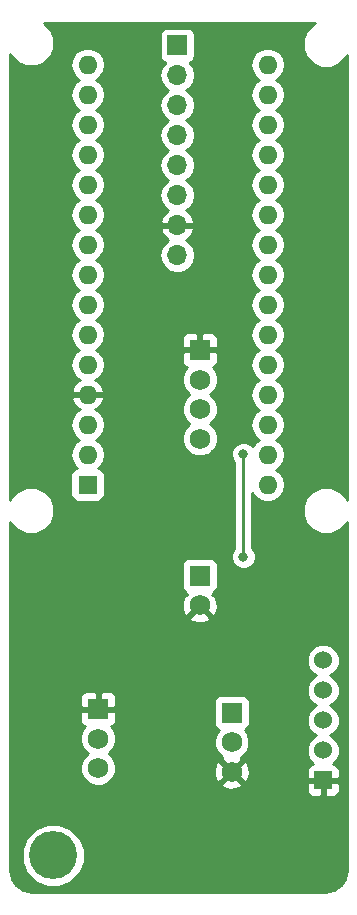
<source format=gbl>
G04 #@! TF.GenerationSoftware,KiCad,Pcbnew,(2018-01-30 revision 342197bb3)-makepkg*
G04 #@! TF.CreationDate,2018-02-10T00:50:16-05:00*
G04 #@! TF.ProjectId,DayClock Circuit,446179436C6F636B2043697263756974,rev?*
G04 #@! TF.SameCoordinates,Original*
G04 #@! TF.FileFunction,Copper,L2,Bot,Signal*
G04 #@! TF.FilePolarity,Positive*
%FSLAX46Y46*%
G04 Gerber Fmt 4.6, Leading zero omitted, Abs format (unit mm)*
G04 Created by KiCad (PCBNEW (2018-01-30 revision 342197bb3)-makepkg) date 02/10/18 00:50:16*
%MOMM*%
%LPD*%
G01*
G04 APERTURE LIST*
%ADD10C,1.750000*%
%ADD11R,1.750000X1.750000*%
%ADD12R,1.524000X1.524000*%
%ADD13C,1.524000*%
%ADD14C,4.064000*%
%ADD15O,1.600000X1.600000*%
%ADD16R,1.600000X1.600000*%
%ADD17O,1.700000X1.700000*%
%ADD18R,1.700000X1.700000*%
%ADD19C,0.800000*%
%ADD20C,0.250000*%
%ADD21C,0.254000*%
G04 APERTURE END LIST*
D10*
X19500000Y-64100000D03*
X19500000Y-61600000D03*
D11*
X19500000Y-59100000D03*
X8200000Y-58800000D03*
D10*
X8200000Y-61300000D03*
X8200000Y-63800000D03*
X16800000Y-50000000D03*
D11*
X16800000Y-47500000D03*
D10*
X16800000Y-35900000D03*
X16800000Y-33400000D03*
X16800000Y-30900000D03*
D11*
X16800000Y-28400000D03*
D12*
X27240000Y-64840000D03*
D13*
X27240000Y-62300000D03*
X27240000Y-59760000D03*
X27240000Y-57220000D03*
X27240000Y-54680000D03*
D14*
X4380000Y-71190000D03*
D15*
X22540000Y-4240000D03*
X7300000Y-4240000D03*
X22540000Y-39800000D03*
X7300000Y-6780000D03*
X22540000Y-37260000D03*
X7300000Y-9320000D03*
X22540000Y-34720000D03*
X7300000Y-11860000D03*
X22540000Y-32180000D03*
X7300000Y-14400000D03*
X22540000Y-29640000D03*
X7300000Y-16940000D03*
X22540000Y-27100000D03*
X7300000Y-19480000D03*
X22540000Y-24560000D03*
X7300000Y-22020000D03*
X22540000Y-22020000D03*
X7300000Y-24560000D03*
X22540000Y-19480000D03*
X7300000Y-27100000D03*
X22540000Y-16940000D03*
X7300000Y-29640000D03*
X22540000Y-14400000D03*
X7300000Y-32180000D03*
X22540000Y-11860000D03*
X7300000Y-34720000D03*
X22540000Y-9320000D03*
X7300000Y-37260000D03*
X22540000Y-6780000D03*
D16*
X7300000Y-39800000D03*
D17*
X14900000Y-20380000D03*
X14900000Y-17840000D03*
X14900000Y-15300000D03*
X14900000Y-12760000D03*
X14900000Y-10220000D03*
X14900000Y-7680000D03*
X14900000Y-5140000D03*
D18*
X14900000Y-2600000D03*
D19*
X20500000Y-37200000D03*
X20500000Y-45900000D03*
D20*
X20500000Y-37200000D02*
X20500000Y-37765685D01*
X20500000Y-37765685D02*
X20500000Y-45900000D01*
D21*
G36*
X26375588Y-817199D02*
X25817199Y-1375588D01*
X25515000Y-2105159D01*
X25515000Y-2894841D01*
X25817199Y-3624412D01*
X26375588Y-4182801D01*
X27105159Y-4485000D01*
X27894841Y-4485000D01*
X28624412Y-4182801D01*
X29182801Y-3624412D01*
X29265001Y-3425964D01*
X29265000Y-41074035D01*
X29182801Y-40875588D01*
X28624412Y-40317199D01*
X27894841Y-40015000D01*
X27105159Y-40015000D01*
X26375588Y-40317199D01*
X25817199Y-40875588D01*
X25515000Y-41605159D01*
X25515000Y-42394841D01*
X25817199Y-43124412D01*
X26375588Y-43682801D01*
X27105159Y-43985000D01*
X27894841Y-43985000D01*
X28624412Y-43682801D01*
X29182801Y-43124412D01*
X29265000Y-42925967D01*
X29265000Y-72427610D01*
X29117344Y-73169926D01*
X28737862Y-73737861D01*
X28169926Y-74117344D01*
X27427610Y-74265000D01*
X2572390Y-74265000D01*
X1830074Y-74117344D01*
X1262139Y-73737862D01*
X882656Y-73169926D01*
X735000Y-72427610D01*
X735000Y-70659501D01*
X1713000Y-70659501D01*
X1713000Y-71720499D01*
X2119026Y-72700734D01*
X2869266Y-73450974D01*
X3849501Y-73857000D01*
X4910499Y-73857000D01*
X5890734Y-73450974D01*
X6640974Y-72700734D01*
X7047000Y-71720499D01*
X7047000Y-70659501D01*
X6640974Y-69679266D01*
X5890734Y-68929026D01*
X4910499Y-68523000D01*
X3849501Y-68523000D01*
X2869266Y-68929026D01*
X2119026Y-69679266D01*
X1713000Y-70659501D01*
X735000Y-70659501D01*
X735000Y-59085750D01*
X6690000Y-59085750D01*
X6690000Y-59801309D01*
X6786673Y-60034698D01*
X6965301Y-60213327D01*
X7096759Y-60267779D01*
X6919884Y-60444654D01*
X6690000Y-60999642D01*
X6690000Y-61600358D01*
X6919884Y-62155346D01*
X7314538Y-62550000D01*
X6919884Y-62944654D01*
X6690000Y-63499642D01*
X6690000Y-64100358D01*
X6919884Y-64655346D01*
X7344654Y-65080116D01*
X7899642Y-65310000D01*
X8500358Y-65310000D01*
X8857516Y-65162060D01*
X18617545Y-65162060D01*
X18700884Y-65415953D01*
X19265306Y-65621590D01*
X19865458Y-65595579D01*
X20299116Y-65415953D01*
X20382455Y-65162060D01*
X20346145Y-65125750D01*
X25843000Y-65125750D01*
X25843000Y-65728310D01*
X25939673Y-65961699D01*
X26118302Y-66140327D01*
X26351691Y-66237000D01*
X26954250Y-66237000D01*
X27113000Y-66078250D01*
X27113000Y-64967000D01*
X27367000Y-64967000D01*
X27367000Y-66078250D01*
X27525750Y-66237000D01*
X28128309Y-66237000D01*
X28361698Y-66140327D01*
X28540327Y-65961699D01*
X28637000Y-65728310D01*
X28637000Y-65125750D01*
X28478250Y-64967000D01*
X27367000Y-64967000D01*
X27113000Y-64967000D01*
X26001750Y-64967000D01*
X25843000Y-65125750D01*
X20346145Y-65125750D01*
X19500000Y-64279605D01*
X18617545Y-65162060D01*
X8857516Y-65162060D01*
X9055346Y-65080116D01*
X9480116Y-64655346D01*
X9710000Y-64100358D01*
X9710000Y-63865306D01*
X17978410Y-63865306D01*
X18004421Y-64465458D01*
X18184047Y-64899116D01*
X18437940Y-64982455D01*
X19320395Y-64100000D01*
X19679605Y-64100000D01*
X20562060Y-64982455D01*
X20815953Y-64899116D01*
X21021590Y-64334694D01*
X20995579Y-63734542D01*
X20815953Y-63300884D01*
X20562060Y-63217545D01*
X19679605Y-64100000D01*
X19320395Y-64100000D01*
X18437940Y-63217545D01*
X18184047Y-63300884D01*
X17978410Y-63865306D01*
X9710000Y-63865306D01*
X9710000Y-63499642D01*
X9480116Y-62944654D01*
X9085462Y-62550000D01*
X9480116Y-62155346D01*
X9710000Y-61600358D01*
X9710000Y-60999642D01*
X9480116Y-60444654D01*
X9303241Y-60267779D01*
X9434699Y-60213327D01*
X9613327Y-60034698D01*
X9710000Y-59801309D01*
X9710000Y-59085750D01*
X9551250Y-58927000D01*
X8327000Y-58927000D01*
X8327000Y-58947000D01*
X8073000Y-58947000D01*
X8073000Y-58927000D01*
X6848750Y-58927000D01*
X6690000Y-59085750D01*
X735000Y-59085750D01*
X735000Y-57798691D01*
X6690000Y-57798691D01*
X6690000Y-58514250D01*
X6848750Y-58673000D01*
X8073000Y-58673000D01*
X8073000Y-57448750D01*
X8327000Y-57448750D01*
X8327000Y-58673000D01*
X9551250Y-58673000D01*
X9710000Y-58514250D01*
X9710000Y-58225000D01*
X17977560Y-58225000D01*
X17977560Y-59975000D01*
X18026843Y-60222765D01*
X18167191Y-60432809D01*
X18377235Y-60573157D01*
X18389034Y-60575504D01*
X18219884Y-60744654D01*
X17990000Y-61299642D01*
X17990000Y-61900358D01*
X18219884Y-62455346D01*
X18644654Y-62880116D01*
X18666394Y-62889121D01*
X18617545Y-63037940D01*
X19500000Y-63920395D01*
X20382455Y-63037940D01*
X20333606Y-62889121D01*
X20355346Y-62880116D01*
X20780116Y-62455346D01*
X21010000Y-61900358D01*
X21010000Y-61299642D01*
X20780116Y-60744654D01*
X20610966Y-60575504D01*
X20622765Y-60573157D01*
X20832809Y-60432809D01*
X20973157Y-60222765D01*
X21022440Y-59975000D01*
X21022440Y-58225000D01*
X20973157Y-57977235D01*
X20832809Y-57767191D01*
X20622765Y-57626843D01*
X20375000Y-57577560D01*
X18625000Y-57577560D01*
X18377235Y-57626843D01*
X18167191Y-57767191D01*
X18026843Y-57977235D01*
X17977560Y-58225000D01*
X9710000Y-58225000D01*
X9710000Y-57798691D01*
X9613327Y-57565302D01*
X9434699Y-57386673D01*
X9201310Y-57290000D01*
X8485750Y-57290000D01*
X8327000Y-57448750D01*
X8073000Y-57448750D01*
X7914250Y-57290000D01*
X7198690Y-57290000D01*
X6965301Y-57386673D01*
X6786673Y-57565302D01*
X6690000Y-57798691D01*
X735000Y-57798691D01*
X735000Y-54402119D01*
X25843000Y-54402119D01*
X25843000Y-54957881D01*
X26055680Y-55471337D01*
X26448663Y-55864320D01*
X26655513Y-55950000D01*
X26448663Y-56035680D01*
X26055680Y-56428663D01*
X25843000Y-56942119D01*
X25843000Y-57497881D01*
X26055680Y-58011337D01*
X26448663Y-58404320D01*
X26655513Y-58490000D01*
X26448663Y-58575680D01*
X26055680Y-58968663D01*
X25843000Y-59482119D01*
X25843000Y-60037881D01*
X26055680Y-60551337D01*
X26448663Y-60944320D01*
X26655513Y-61030000D01*
X26448663Y-61115680D01*
X26055680Y-61508663D01*
X25843000Y-62022119D01*
X25843000Y-62577881D01*
X26055680Y-63091337D01*
X26407343Y-63443000D01*
X26351691Y-63443000D01*
X26118302Y-63539673D01*
X25939673Y-63718301D01*
X25843000Y-63951690D01*
X25843000Y-64554250D01*
X26001750Y-64713000D01*
X27113000Y-64713000D01*
X27113000Y-64693000D01*
X27367000Y-64693000D01*
X27367000Y-64713000D01*
X28478250Y-64713000D01*
X28637000Y-64554250D01*
X28637000Y-63951690D01*
X28540327Y-63718301D01*
X28361698Y-63539673D01*
X28128309Y-63443000D01*
X28072657Y-63443000D01*
X28424320Y-63091337D01*
X28637000Y-62577881D01*
X28637000Y-62022119D01*
X28424320Y-61508663D01*
X28031337Y-61115680D01*
X27824487Y-61030000D01*
X28031337Y-60944320D01*
X28424320Y-60551337D01*
X28637000Y-60037881D01*
X28637000Y-59482119D01*
X28424320Y-58968663D01*
X28031337Y-58575680D01*
X27824487Y-58490000D01*
X28031337Y-58404320D01*
X28424320Y-58011337D01*
X28637000Y-57497881D01*
X28637000Y-56942119D01*
X28424320Y-56428663D01*
X28031337Y-56035680D01*
X27824487Y-55950000D01*
X28031337Y-55864320D01*
X28424320Y-55471337D01*
X28637000Y-54957881D01*
X28637000Y-54402119D01*
X28424320Y-53888663D01*
X28031337Y-53495680D01*
X27517881Y-53283000D01*
X26962119Y-53283000D01*
X26448663Y-53495680D01*
X26055680Y-53888663D01*
X25843000Y-54402119D01*
X735000Y-54402119D01*
X735000Y-51062060D01*
X15917545Y-51062060D01*
X16000884Y-51315953D01*
X16565306Y-51521590D01*
X17165458Y-51495579D01*
X17599116Y-51315953D01*
X17682455Y-51062060D01*
X16800000Y-50179605D01*
X15917545Y-51062060D01*
X735000Y-51062060D01*
X735000Y-46625000D01*
X15277560Y-46625000D01*
X15277560Y-48375000D01*
X15326843Y-48622765D01*
X15467191Y-48832809D01*
X15662745Y-48963475D01*
X15623306Y-49002914D01*
X15737938Y-49117546D01*
X15484047Y-49200884D01*
X15278410Y-49765306D01*
X15304421Y-50365458D01*
X15484047Y-50799116D01*
X15737940Y-50882455D01*
X16620395Y-50000000D01*
X16606253Y-49985858D01*
X16785858Y-49806253D01*
X16800000Y-49820395D01*
X16814143Y-49806253D01*
X16993748Y-49985858D01*
X16979605Y-50000000D01*
X17862060Y-50882455D01*
X18115953Y-50799116D01*
X18321590Y-50234694D01*
X18295579Y-49634542D01*
X18115953Y-49200884D01*
X17862062Y-49117546D01*
X17976694Y-49002914D01*
X17937255Y-48963475D01*
X18132809Y-48832809D01*
X18273157Y-48622765D01*
X18322440Y-48375000D01*
X18322440Y-46625000D01*
X18273157Y-46377235D01*
X18132809Y-46167191D01*
X17922765Y-46026843D01*
X17675000Y-45977560D01*
X15925000Y-45977560D01*
X15677235Y-46026843D01*
X15467191Y-46167191D01*
X15326843Y-46377235D01*
X15277560Y-46625000D01*
X735000Y-46625000D01*
X735000Y-42925967D01*
X817199Y-43124412D01*
X1375588Y-43682801D01*
X2105159Y-43985000D01*
X2894841Y-43985000D01*
X3624412Y-43682801D01*
X4182801Y-43124412D01*
X4485000Y-42394841D01*
X4485000Y-41605159D01*
X4182801Y-40875588D01*
X3624412Y-40317199D01*
X2894841Y-40015000D01*
X2105159Y-40015000D01*
X1375588Y-40317199D01*
X817199Y-40875588D01*
X735000Y-41074033D01*
X735000Y-34720000D01*
X5836887Y-34720000D01*
X5948260Y-35279909D01*
X6265423Y-35754577D01*
X6617758Y-35990000D01*
X6265423Y-36225423D01*
X5948260Y-36700091D01*
X5836887Y-37260000D01*
X5948260Y-37819909D01*
X6265423Y-38294577D01*
X6386106Y-38375215D01*
X6252235Y-38401843D01*
X6042191Y-38542191D01*
X5901843Y-38752235D01*
X5852560Y-39000000D01*
X5852560Y-40600000D01*
X5901843Y-40847765D01*
X6042191Y-41057809D01*
X6252235Y-41198157D01*
X6500000Y-41247440D01*
X8100000Y-41247440D01*
X8347765Y-41198157D01*
X8557809Y-41057809D01*
X8698157Y-40847765D01*
X8747440Y-40600000D01*
X8747440Y-39000000D01*
X8698157Y-38752235D01*
X8557809Y-38542191D01*
X8347765Y-38401843D01*
X8213894Y-38375215D01*
X8334577Y-38294577D01*
X8651740Y-37819909D01*
X8763113Y-37260000D01*
X8651740Y-36700091D01*
X8334577Y-36225423D01*
X7982242Y-35990000D01*
X8334577Y-35754577D01*
X8651740Y-35279909D01*
X8763113Y-34720000D01*
X8651740Y-34160091D01*
X8334577Y-33685423D01*
X7950892Y-33429053D01*
X8155134Y-33332389D01*
X8531041Y-32917423D01*
X8691904Y-32529039D01*
X8569915Y-32307000D01*
X7427000Y-32307000D01*
X7427000Y-32327000D01*
X7173000Y-32327000D01*
X7173000Y-32307000D01*
X6030085Y-32307000D01*
X5908096Y-32529039D01*
X6068959Y-32917423D01*
X6444866Y-33332389D01*
X6649108Y-33429053D01*
X6265423Y-33685423D01*
X5948260Y-34160091D01*
X5836887Y-34720000D01*
X735000Y-34720000D01*
X735000Y-3325967D01*
X817199Y-3524412D01*
X1375588Y-4082801D01*
X2105159Y-4385000D01*
X2894841Y-4385000D01*
X3244901Y-4240000D01*
X5836887Y-4240000D01*
X5948260Y-4799909D01*
X6265423Y-5274577D01*
X6617758Y-5510000D01*
X6265423Y-5745423D01*
X5948260Y-6220091D01*
X5836887Y-6780000D01*
X5948260Y-7339909D01*
X6265423Y-7814577D01*
X6617758Y-8050000D01*
X6265423Y-8285423D01*
X5948260Y-8760091D01*
X5836887Y-9320000D01*
X5948260Y-9879909D01*
X6265423Y-10354577D01*
X6617758Y-10590000D01*
X6265423Y-10825423D01*
X5948260Y-11300091D01*
X5836887Y-11860000D01*
X5948260Y-12419909D01*
X6265423Y-12894577D01*
X6617758Y-13130000D01*
X6265423Y-13365423D01*
X5948260Y-13840091D01*
X5836887Y-14400000D01*
X5948260Y-14959909D01*
X6265423Y-15434577D01*
X6617758Y-15670000D01*
X6265423Y-15905423D01*
X5948260Y-16380091D01*
X5836887Y-16940000D01*
X5948260Y-17499909D01*
X6265423Y-17974577D01*
X6617758Y-18210000D01*
X6265423Y-18445423D01*
X5948260Y-18920091D01*
X5836887Y-19480000D01*
X5948260Y-20039909D01*
X6265423Y-20514577D01*
X6617758Y-20750000D01*
X6265423Y-20985423D01*
X5948260Y-21460091D01*
X5836887Y-22020000D01*
X5948260Y-22579909D01*
X6265423Y-23054577D01*
X6617758Y-23290000D01*
X6265423Y-23525423D01*
X5948260Y-24000091D01*
X5836887Y-24560000D01*
X5948260Y-25119909D01*
X6265423Y-25594577D01*
X6617758Y-25830000D01*
X6265423Y-26065423D01*
X5948260Y-26540091D01*
X5836887Y-27100000D01*
X5948260Y-27659909D01*
X6265423Y-28134577D01*
X6617758Y-28370000D01*
X6265423Y-28605423D01*
X5948260Y-29080091D01*
X5836887Y-29640000D01*
X5948260Y-30199909D01*
X6265423Y-30674577D01*
X6649108Y-30930947D01*
X6444866Y-31027611D01*
X6068959Y-31442577D01*
X5908096Y-31830961D01*
X6030085Y-32053000D01*
X7173000Y-32053000D01*
X7173000Y-32033000D01*
X7427000Y-32033000D01*
X7427000Y-32053000D01*
X8569915Y-32053000D01*
X8691904Y-31830961D01*
X8531041Y-31442577D01*
X8155134Y-31027611D01*
X7950892Y-30930947D01*
X8334577Y-30674577D01*
X8651740Y-30199909D01*
X8763113Y-29640000D01*
X8651740Y-29080091D01*
X8388250Y-28685750D01*
X15290000Y-28685750D01*
X15290000Y-29401309D01*
X15386673Y-29634698D01*
X15565301Y-29813327D01*
X15696759Y-29867779D01*
X15519884Y-30044654D01*
X15290000Y-30599642D01*
X15290000Y-31200358D01*
X15519884Y-31755346D01*
X15914538Y-32150000D01*
X15519884Y-32544654D01*
X15290000Y-33099642D01*
X15290000Y-33700358D01*
X15519884Y-34255346D01*
X15914538Y-34650000D01*
X15519884Y-35044654D01*
X15290000Y-35599642D01*
X15290000Y-36200358D01*
X15519884Y-36755346D01*
X15944654Y-37180116D01*
X16499642Y-37410000D01*
X17100358Y-37410000D01*
X17655346Y-37180116D01*
X17841336Y-36994126D01*
X19465000Y-36994126D01*
X19465000Y-37405874D01*
X19622569Y-37786280D01*
X19740000Y-37903711D01*
X19740001Y-45196288D01*
X19622569Y-45313720D01*
X19465000Y-45694126D01*
X19465000Y-46105874D01*
X19622569Y-46486280D01*
X19913720Y-46777431D01*
X20294126Y-46935000D01*
X20705874Y-46935000D01*
X21086280Y-46777431D01*
X21377431Y-46486280D01*
X21535000Y-46105874D01*
X21535000Y-45694126D01*
X21377431Y-45313720D01*
X21260000Y-45196289D01*
X21260000Y-40467276D01*
X21505423Y-40834577D01*
X21980091Y-41151740D01*
X22398667Y-41235000D01*
X22681333Y-41235000D01*
X23099909Y-41151740D01*
X23574577Y-40834577D01*
X23891740Y-40359909D01*
X24003113Y-39800000D01*
X23891740Y-39240091D01*
X23574577Y-38765423D01*
X23222242Y-38530000D01*
X23574577Y-38294577D01*
X23891740Y-37819909D01*
X24003113Y-37260000D01*
X23891740Y-36700091D01*
X23574577Y-36225423D01*
X23222242Y-35990000D01*
X23574577Y-35754577D01*
X23891740Y-35279909D01*
X24003113Y-34720000D01*
X23891740Y-34160091D01*
X23574577Y-33685423D01*
X23222242Y-33450000D01*
X23574577Y-33214577D01*
X23891740Y-32739909D01*
X24003113Y-32180000D01*
X23891740Y-31620091D01*
X23574577Y-31145423D01*
X23222242Y-30910000D01*
X23574577Y-30674577D01*
X23891740Y-30199909D01*
X24003113Y-29640000D01*
X23891740Y-29080091D01*
X23574577Y-28605423D01*
X23222242Y-28370000D01*
X23574577Y-28134577D01*
X23891740Y-27659909D01*
X24003113Y-27100000D01*
X23891740Y-26540091D01*
X23574577Y-26065423D01*
X23222242Y-25830000D01*
X23574577Y-25594577D01*
X23891740Y-25119909D01*
X24003113Y-24560000D01*
X23891740Y-24000091D01*
X23574577Y-23525423D01*
X23222242Y-23290000D01*
X23574577Y-23054577D01*
X23891740Y-22579909D01*
X24003113Y-22020000D01*
X23891740Y-21460091D01*
X23574577Y-20985423D01*
X23222242Y-20750000D01*
X23574577Y-20514577D01*
X23891740Y-20039909D01*
X24003113Y-19480000D01*
X23891740Y-18920091D01*
X23574577Y-18445423D01*
X23222242Y-18210000D01*
X23574577Y-17974577D01*
X23891740Y-17499909D01*
X24003113Y-16940000D01*
X23891740Y-16380091D01*
X23574577Y-15905423D01*
X23222242Y-15670000D01*
X23574577Y-15434577D01*
X23891740Y-14959909D01*
X24003113Y-14400000D01*
X23891740Y-13840091D01*
X23574577Y-13365423D01*
X23222242Y-13130000D01*
X23574577Y-12894577D01*
X23891740Y-12419909D01*
X24003113Y-11860000D01*
X23891740Y-11300091D01*
X23574577Y-10825423D01*
X23222242Y-10590000D01*
X23574577Y-10354577D01*
X23891740Y-9879909D01*
X24003113Y-9320000D01*
X23891740Y-8760091D01*
X23574577Y-8285423D01*
X23222242Y-8050000D01*
X23574577Y-7814577D01*
X23891740Y-7339909D01*
X24003113Y-6780000D01*
X23891740Y-6220091D01*
X23574577Y-5745423D01*
X23222242Y-5510000D01*
X23574577Y-5274577D01*
X23891740Y-4799909D01*
X24003113Y-4240000D01*
X23891740Y-3680091D01*
X23574577Y-3205423D01*
X23099909Y-2888260D01*
X22681333Y-2805000D01*
X22398667Y-2805000D01*
X21980091Y-2888260D01*
X21505423Y-3205423D01*
X21188260Y-3680091D01*
X21076887Y-4240000D01*
X21188260Y-4799909D01*
X21505423Y-5274577D01*
X21857758Y-5510000D01*
X21505423Y-5745423D01*
X21188260Y-6220091D01*
X21076887Y-6780000D01*
X21188260Y-7339909D01*
X21505423Y-7814577D01*
X21857758Y-8050000D01*
X21505423Y-8285423D01*
X21188260Y-8760091D01*
X21076887Y-9320000D01*
X21188260Y-9879909D01*
X21505423Y-10354577D01*
X21857758Y-10590000D01*
X21505423Y-10825423D01*
X21188260Y-11300091D01*
X21076887Y-11860000D01*
X21188260Y-12419909D01*
X21505423Y-12894577D01*
X21857758Y-13130000D01*
X21505423Y-13365423D01*
X21188260Y-13840091D01*
X21076887Y-14400000D01*
X21188260Y-14959909D01*
X21505423Y-15434577D01*
X21857758Y-15670000D01*
X21505423Y-15905423D01*
X21188260Y-16380091D01*
X21076887Y-16940000D01*
X21188260Y-17499909D01*
X21505423Y-17974577D01*
X21857758Y-18210000D01*
X21505423Y-18445423D01*
X21188260Y-18920091D01*
X21076887Y-19480000D01*
X21188260Y-20039909D01*
X21505423Y-20514577D01*
X21857758Y-20750000D01*
X21505423Y-20985423D01*
X21188260Y-21460091D01*
X21076887Y-22020000D01*
X21188260Y-22579909D01*
X21505423Y-23054577D01*
X21857758Y-23290000D01*
X21505423Y-23525423D01*
X21188260Y-24000091D01*
X21076887Y-24560000D01*
X21188260Y-25119909D01*
X21505423Y-25594577D01*
X21857758Y-25830000D01*
X21505423Y-26065423D01*
X21188260Y-26540091D01*
X21076887Y-27100000D01*
X21188260Y-27659909D01*
X21505423Y-28134577D01*
X21857758Y-28370000D01*
X21505423Y-28605423D01*
X21188260Y-29080091D01*
X21076887Y-29640000D01*
X21188260Y-30199909D01*
X21505423Y-30674577D01*
X21857758Y-30910000D01*
X21505423Y-31145423D01*
X21188260Y-31620091D01*
X21076887Y-32180000D01*
X21188260Y-32739909D01*
X21505423Y-33214577D01*
X21857758Y-33450000D01*
X21505423Y-33685423D01*
X21188260Y-34160091D01*
X21076887Y-34720000D01*
X21188260Y-35279909D01*
X21505423Y-35754577D01*
X21857758Y-35990000D01*
X21505423Y-36225423D01*
X21298627Y-36534916D01*
X21086280Y-36322569D01*
X20705874Y-36165000D01*
X20294126Y-36165000D01*
X19913720Y-36322569D01*
X19622569Y-36613720D01*
X19465000Y-36994126D01*
X17841336Y-36994126D01*
X18080116Y-36755346D01*
X18310000Y-36200358D01*
X18310000Y-35599642D01*
X18080116Y-35044654D01*
X17685462Y-34650000D01*
X18080116Y-34255346D01*
X18310000Y-33700358D01*
X18310000Y-33099642D01*
X18080116Y-32544654D01*
X17685462Y-32150000D01*
X18080116Y-31755346D01*
X18310000Y-31200358D01*
X18310000Y-30599642D01*
X18080116Y-30044654D01*
X17903241Y-29867779D01*
X18034699Y-29813327D01*
X18213327Y-29634698D01*
X18310000Y-29401309D01*
X18310000Y-28685750D01*
X18151250Y-28527000D01*
X16927000Y-28527000D01*
X16927000Y-28547000D01*
X16673000Y-28547000D01*
X16673000Y-28527000D01*
X15448750Y-28527000D01*
X15290000Y-28685750D01*
X8388250Y-28685750D01*
X8334577Y-28605423D01*
X7982242Y-28370000D01*
X8334577Y-28134577D01*
X8651740Y-27659909D01*
X8703699Y-27398691D01*
X15290000Y-27398691D01*
X15290000Y-28114250D01*
X15448750Y-28273000D01*
X16673000Y-28273000D01*
X16673000Y-27048750D01*
X16927000Y-27048750D01*
X16927000Y-28273000D01*
X18151250Y-28273000D01*
X18310000Y-28114250D01*
X18310000Y-27398691D01*
X18213327Y-27165302D01*
X18034699Y-26986673D01*
X17801310Y-26890000D01*
X17085750Y-26890000D01*
X16927000Y-27048750D01*
X16673000Y-27048750D01*
X16514250Y-26890000D01*
X15798690Y-26890000D01*
X15565301Y-26986673D01*
X15386673Y-27165302D01*
X15290000Y-27398691D01*
X8703699Y-27398691D01*
X8763113Y-27100000D01*
X8651740Y-26540091D01*
X8334577Y-26065423D01*
X7982242Y-25830000D01*
X8334577Y-25594577D01*
X8651740Y-25119909D01*
X8763113Y-24560000D01*
X8651740Y-24000091D01*
X8334577Y-23525423D01*
X7982242Y-23290000D01*
X8334577Y-23054577D01*
X8651740Y-22579909D01*
X8763113Y-22020000D01*
X8651740Y-21460091D01*
X8334577Y-20985423D01*
X7982242Y-20750000D01*
X8334577Y-20514577D01*
X8424498Y-20380000D01*
X13385908Y-20380000D01*
X13501161Y-20959418D01*
X13829375Y-21450625D01*
X14320582Y-21778839D01*
X14753744Y-21865000D01*
X15046256Y-21865000D01*
X15479418Y-21778839D01*
X15970625Y-21450625D01*
X16298839Y-20959418D01*
X16414092Y-20380000D01*
X16298839Y-19800582D01*
X15970625Y-19309375D01*
X15651522Y-19096157D01*
X15781358Y-19035183D01*
X16171645Y-18606924D01*
X16341476Y-18196890D01*
X16220155Y-17967000D01*
X15027000Y-17967000D01*
X15027000Y-17987000D01*
X14773000Y-17987000D01*
X14773000Y-17967000D01*
X13579845Y-17967000D01*
X13458524Y-18196890D01*
X13628355Y-18606924D01*
X14018642Y-19035183D01*
X14148478Y-19096157D01*
X13829375Y-19309375D01*
X13501161Y-19800582D01*
X13385908Y-20380000D01*
X8424498Y-20380000D01*
X8651740Y-20039909D01*
X8763113Y-19480000D01*
X8651740Y-18920091D01*
X8334577Y-18445423D01*
X7982242Y-18210000D01*
X8334577Y-17974577D01*
X8651740Y-17499909D01*
X8763113Y-16940000D01*
X8651740Y-16380091D01*
X8334577Y-15905423D01*
X7982242Y-15670000D01*
X8334577Y-15434577D01*
X8651740Y-14959909D01*
X8763113Y-14400000D01*
X8651740Y-13840091D01*
X8334577Y-13365423D01*
X7982242Y-13130000D01*
X8334577Y-12894577D01*
X8651740Y-12419909D01*
X8763113Y-11860000D01*
X8651740Y-11300091D01*
X8334577Y-10825423D01*
X7982242Y-10590000D01*
X8334577Y-10354577D01*
X8651740Y-9879909D01*
X8763113Y-9320000D01*
X8651740Y-8760091D01*
X8334577Y-8285423D01*
X7982242Y-8050000D01*
X8334577Y-7814577D01*
X8651740Y-7339909D01*
X8763113Y-6780000D01*
X8651740Y-6220091D01*
X8334577Y-5745423D01*
X7982242Y-5510000D01*
X8334577Y-5274577D01*
X8424498Y-5140000D01*
X13385908Y-5140000D01*
X13501161Y-5719418D01*
X13829375Y-6210625D01*
X14127761Y-6410000D01*
X13829375Y-6609375D01*
X13501161Y-7100582D01*
X13385908Y-7680000D01*
X13501161Y-8259418D01*
X13829375Y-8750625D01*
X14127761Y-8950000D01*
X13829375Y-9149375D01*
X13501161Y-9640582D01*
X13385908Y-10220000D01*
X13501161Y-10799418D01*
X13829375Y-11290625D01*
X14127761Y-11490000D01*
X13829375Y-11689375D01*
X13501161Y-12180582D01*
X13385908Y-12760000D01*
X13501161Y-13339418D01*
X13829375Y-13830625D01*
X14127761Y-14030000D01*
X13829375Y-14229375D01*
X13501161Y-14720582D01*
X13385908Y-15300000D01*
X13501161Y-15879418D01*
X13829375Y-16370625D01*
X14148478Y-16583843D01*
X14018642Y-16644817D01*
X13628355Y-17073076D01*
X13458524Y-17483110D01*
X13579845Y-17713000D01*
X14773000Y-17713000D01*
X14773000Y-17693000D01*
X15027000Y-17693000D01*
X15027000Y-17713000D01*
X16220155Y-17713000D01*
X16341476Y-17483110D01*
X16171645Y-17073076D01*
X15781358Y-16644817D01*
X15651522Y-16583843D01*
X15970625Y-16370625D01*
X16298839Y-15879418D01*
X16414092Y-15300000D01*
X16298839Y-14720582D01*
X15970625Y-14229375D01*
X15672239Y-14030000D01*
X15970625Y-13830625D01*
X16298839Y-13339418D01*
X16414092Y-12760000D01*
X16298839Y-12180582D01*
X15970625Y-11689375D01*
X15672239Y-11490000D01*
X15970625Y-11290625D01*
X16298839Y-10799418D01*
X16414092Y-10220000D01*
X16298839Y-9640582D01*
X15970625Y-9149375D01*
X15672239Y-8950000D01*
X15970625Y-8750625D01*
X16298839Y-8259418D01*
X16414092Y-7680000D01*
X16298839Y-7100582D01*
X15970625Y-6609375D01*
X15672239Y-6410000D01*
X15970625Y-6210625D01*
X16298839Y-5719418D01*
X16414092Y-5140000D01*
X16298839Y-4560582D01*
X15970625Y-4069375D01*
X15952381Y-4057184D01*
X15997765Y-4048157D01*
X16207809Y-3907809D01*
X16348157Y-3697765D01*
X16397440Y-3450000D01*
X16397440Y-1750000D01*
X16348157Y-1502235D01*
X16207809Y-1292191D01*
X15997765Y-1151843D01*
X15750000Y-1102560D01*
X14050000Y-1102560D01*
X13802235Y-1151843D01*
X13592191Y-1292191D01*
X13451843Y-1502235D01*
X13402560Y-1750000D01*
X13402560Y-3450000D01*
X13451843Y-3697765D01*
X13592191Y-3907809D01*
X13802235Y-4048157D01*
X13847619Y-4057184D01*
X13829375Y-4069375D01*
X13501161Y-4560582D01*
X13385908Y-5140000D01*
X8424498Y-5140000D01*
X8651740Y-4799909D01*
X8763113Y-4240000D01*
X8651740Y-3680091D01*
X8334577Y-3205423D01*
X7859909Y-2888260D01*
X7441333Y-2805000D01*
X7158667Y-2805000D01*
X6740091Y-2888260D01*
X6265423Y-3205423D01*
X5948260Y-3680091D01*
X5836887Y-4240000D01*
X3244901Y-4240000D01*
X3624412Y-4082801D01*
X4182801Y-3524412D01*
X4485000Y-2794841D01*
X4485000Y-2005159D01*
X4182801Y-1275588D01*
X3642213Y-735000D01*
X26574033Y-735000D01*
X26375588Y-817199D01*
X26375588Y-817199D01*
G37*
X26375588Y-817199D02*
X25817199Y-1375588D01*
X25515000Y-2105159D01*
X25515000Y-2894841D01*
X25817199Y-3624412D01*
X26375588Y-4182801D01*
X27105159Y-4485000D01*
X27894841Y-4485000D01*
X28624412Y-4182801D01*
X29182801Y-3624412D01*
X29265001Y-3425964D01*
X29265000Y-41074035D01*
X29182801Y-40875588D01*
X28624412Y-40317199D01*
X27894841Y-40015000D01*
X27105159Y-40015000D01*
X26375588Y-40317199D01*
X25817199Y-40875588D01*
X25515000Y-41605159D01*
X25515000Y-42394841D01*
X25817199Y-43124412D01*
X26375588Y-43682801D01*
X27105159Y-43985000D01*
X27894841Y-43985000D01*
X28624412Y-43682801D01*
X29182801Y-43124412D01*
X29265000Y-42925967D01*
X29265000Y-72427610D01*
X29117344Y-73169926D01*
X28737862Y-73737861D01*
X28169926Y-74117344D01*
X27427610Y-74265000D01*
X2572390Y-74265000D01*
X1830074Y-74117344D01*
X1262139Y-73737862D01*
X882656Y-73169926D01*
X735000Y-72427610D01*
X735000Y-70659501D01*
X1713000Y-70659501D01*
X1713000Y-71720499D01*
X2119026Y-72700734D01*
X2869266Y-73450974D01*
X3849501Y-73857000D01*
X4910499Y-73857000D01*
X5890734Y-73450974D01*
X6640974Y-72700734D01*
X7047000Y-71720499D01*
X7047000Y-70659501D01*
X6640974Y-69679266D01*
X5890734Y-68929026D01*
X4910499Y-68523000D01*
X3849501Y-68523000D01*
X2869266Y-68929026D01*
X2119026Y-69679266D01*
X1713000Y-70659501D01*
X735000Y-70659501D01*
X735000Y-59085750D01*
X6690000Y-59085750D01*
X6690000Y-59801309D01*
X6786673Y-60034698D01*
X6965301Y-60213327D01*
X7096759Y-60267779D01*
X6919884Y-60444654D01*
X6690000Y-60999642D01*
X6690000Y-61600358D01*
X6919884Y-62155346D01*
X7314538Y-62550000D01*
X6919884Y-62944654D01*
X6690000Y-63499642D01*
X6690000Y-64100358D01*
X6919884Y-64655346D01*
X7344654Y-65080116D01*
X7899642Y-65310000D01*
X8500358Y-65310000D01*
X8857516Y-65162060D01*
X18617545Y-65162060D01*
X18700884Y-65415953D01*
X19265306Y-65621590D01*
X19865458Y-65595579D01*
X20299116Y-65415953D01*
X20382455Y-65162060D01*
X20346145Y-65125750D01*
X25843000Y-65125750D01*
X25843000Y-65728310D01*
X25939673Y-65961699D01*
X26118302Y-66140327D01*
X26351691Y-66237000D01*
X26954250Y-66237000D01*
X27113000Y-66078250D01*
X27113000Y-64967000D01*
X27367000Y-64967000D01*
X27367000Y-66078250D01*
X27525750Y-66237000D01*
X28128309Y-66237000D01*
X28361698Y-66140327D01*
X28540327Y-65961699D01*
X28637000Y-65728310D01*
X28637000Y-65125750D01*
X28478250Y-64967000D01*
X27367000Y-64967000D01*
X27113000Y-64967000D01*
X26001750Y-64967000D01*
X25843000Y-65125750D01*
X20346145Y-65125750D01*
X19500000Y-64279605D01*
X18617545Y-65162060D01*
X8857516Y-65162060D01*
X9055346Y-65080116D01*
X9480116Y-64655346D01*
X9710000Y-64100358D01*
X9710000Y-63865306D01*
X17978410Y-63865306D01*
X18004421Y-64465458D01*
X18184047Y-64899116D01*
X18437940Y-64982455D01*
X19320395Y-64100000D01*
X19679605Y-64100000D01*
X20562060Y-64982455D01*
X20815953Y-64899116D01*
X21021590Y-64334694D01*
X20995579Y-63734542D01*
X20815953Y-63300884D01*
X20562060Y-63217545D01*
X19679605Y-64100000D01*
X19320395Y-64100000D01*
X18437940Y-63217545D01*
X18184047Y-63300884D01*
X17978410Y-63865306D01*
X9710000Y-63865306D01*
X9710000Y-63499642D01*
X9480116Y-62944654D01*
X9085462Y-62550000D01*
X9480116Y-62155346D01*
X9710000Y-61600358D01*
X9710000Y-60999642D01*
X9480116Y-60444654D01*
X9303241Y-60267779D01*
X9434699Y-60213327D01*
X9613327Y-60034698D01*
X9710000Y-59801309D01*
X9710000Y-59085750D01*
X9551250Y-58927000D01*
X8327000Y-58927000D01*
X8327000Y-58947000D01*
X8073000Y-58947000D01*
X8073000Y-58927000D01*
X6848750Y-58927000D01*
X6690000Y-59085750D01*
X735000Y-59085750D01*
X735000Y-57798691D01*
X6690000Y-57798691D01*
X6690000Y-58514250D01*
X6848750Y-58673000D01*
X8073000Y-58673000D01*
X8073000Y-57448750D01*
X8327000Y-57448750D01*
X8327000Y-58673000D01*
X9551250Y-58673000D01*
X9710000Y-58514250D01*
X9710000Y-58225000D01*
X17977560Y-58225000D01*
X17977560Y-59975000D01*
X18026843Y-60222765D01*
X18167191Y-60432809D01*
X18377235Y-60573157D01*
X18389034Y-60575504D01*
X18219884Y-60744654D01*
X17990000Y-61299642D01*
X17990000Y-61900358D01*
X18219884Y-62455346D01*
X18644654Y-62880116D01*
X18666394Y-62889121D01*
X18617545Y-63037940D01*
X19500000Y-63920395D01*
X20382455Y-63037940D01*
X20333606Y-62889121D01*
X20355346Y-62880116D01*
X20780116Y-62455346D01*
X21010000Y-61900358D01*
X21010000Y-61299642D01*
X20780116Y-60744654D01*
X20610966Y-60575504D01*
X20622765Y-60573157D01*
X20832809Y-60432809D01*
X20973157Y-60222765D01*
X21022440Y-59975000D01*
X21022440Y-58225000D01*
X20973157Y-57977235D01*
X20832809Y-57767191D01*
X20622765Y-57626843D01*
X20375000Y-57577560D01*
X18625000Y-57577560D01*
X18377235Y-57626843D01*
X18167191Y-57767191D01*
X18026843Y-57977235D01*
X17977560Y-58225000D01*
X9710000Y-58225000D01*
X9710000Y-57798691D01*
X9613327Y-57565302D01*
X9434699Y-57386673D01*
X9201310Y-57290000D01*
X8485750Y-57290000D01*
X8327000Y-57448750D01*
X8073000Y-57448750D01*
X7914250Y-57290000D01*
X7198690Y-57290000D01*
X6965301Y-57386673D01*
X6786673Y-57565302D01*
X6690000Y-57798691D01*
X735000Y-57798691D01*
X735000Y-54402119D01*
X25843000Y-54402119D01*
X25843000Y-54957881D01*
X26055680Y-55471337D01*
X26448663Y-55864320D01*
X26655513Y-55950000D01*
X26448663Y-56035680D01*
X26055680Y-56428663D01*
X25843000Y-56942119D01*
X25843000Y-57497881D01*
X26055680Y-58011337D01*
X26448663Y-58404320D01*
X26655513Y-58490000D01*
X26448663Y-58575680D01*
X26055680Y-58968663D01*
X25843000Y-59482119D01*
X25843000Y-60037881D01*
X26055680Y-60551337D01*
X26448663Y-60944320D01*
X26655513Y-61030000D01*
X26448663Y-61115680D01*
X26055680Y-61508663D01*
X25843000Y-62022119D01*
X25843000Y-62577881D01*
X26055680Y-63091337D01*
X26407343Y-63443000D01*
X26351691Y-63443000D01*
X26118302Y-63539673D01*
X25939673Y-63718301D01*
X25843000Y-63951690D01*
X25843000Y-64554250D01*
X26001750Y-64713000D01*
X27113000Y-64713000D01*
X27113000Y-64693000D01*
X27367000Y-64693000D01*
X27367000Y-64713000D01*
X28478250Y-64713000D01*
X28637000Y-64554250D01*
X28637000Y-63951690D01*
X28540327Y-63718301D01*
X28361698Y-63539673D01*
X28128309Y-63443000D01*
X28072657Y-63443000D01*
X28424320Y-63091337D01*
X28637000Y-62577881D01*
X28637000Y-62022119D01*
X28424320Y-61508663D01*
X28031337Y-61115680D01*
X27824487Y-61030000D01*
X28031337Y-60944320D01*
X28424320Y-60551337D01*
X28637000Y-60037881D01*
X28637000Y-59482119D01*
X28424320Y-58968663D01*
X28031337Y-58575680D01*
X27824487Y-58490000D01*
X28031337Y-58404320D01*
X28424320Y-58011337D01*
X28637000Y-57497881D01*
X28637000Y-56942119D01*
X28424320Y-56428663D01*
X28031337Y-56035680D01*
X27824487Y-55950000D01*
X28031337Y-55864320D01*
X28424320Y-55471337D01*
X28637000Y-54957881D01*
X28637000Y-54402119D01*
X28424320Y-53888663D01*
X28031337Y-53495680D01*
X27517881Y-53283000D01*
X26962119Y-53283000D01*
X26448663Y-53495680D01*
X26055680Y-53888663D01*
X25843000Y-54402119D01*
X735000Y-54402119D01*
X735000Y-51062060D01*
X15917545Y-51062060D01*
X16000884Y-51315953D01*
X16565306Y-51521590D01*
X17165458Y-51495579D01*
X17599116Y-51315953D01*
X17682455Y-51062060D01*
X16800000Y-50179605D01*
X15917545Y-51062060D01*
X735000Y-51062060D01*
X735000Y-46625000D01*
X15277560Y-46625000D01*
X15277560Y-48375000D01*
X15326843Y-48622765D01*
X15467191Y-48832809D01*
X15662745Y-48963475D01*
X15623306Y-49002914D01*
X15737938Y-49117546D01*
X15484047Y-49200884D01*
X15278410Y-49765306D01*
X15304421Y-50365458D01*
X15484047Y-50799116D01*
X15737940Y-50882455D01*
X16620395Y-50000000D01*
X16606253Y-49985858D01*
X16785858Y-49806253D01*
X16800000Y-49820395D01*
X16814143Y-49806253D01*
X16993748Y-49985858D01*
X16979605Y-50000000D01*
X17862060Y-50882455D01*
X18115953Y-50799116D01*
X18321590Y-50234694D01*
X18295579Y-49634542D01*
X18115953Y-49200884D01*
X17862062Y-49117546D01*
X17976694Y-49002914D01*
X17937255Y-48963475D01*
X18132809Y-48832809D01*
X18273157Y-48622765D01*
X18322440Y-48375000D01*
X18322440Y-46625000D01*
X18273157Y-46377235D01*
X18132809Y-46167191D01*
X17922765Y-46026843D01*
X17675000Y-45977560D01*
X15925000Y-45977560D01*
X15677235Y-46026843D01*
X15467191Y-46167191D01*
X15326843Y-46377235D01*
X15277560Y-46625000D01*
X735000Y-46625000D01*
X735000Y-42925967D01*
X817199Y-43124412D01*
X1375588Y-43682801D01*
X2105159Y-43985000D01*
X2894841Y-43985000D01*
X3624412Y-43682801D01*
X4182801Y-43124412D01*
X4485000Y-42394841D01*
X4485000Y-41605159D01*
X4182801Y-40875588D01*
X3624412Y-40317199D01*
X2894841Y-40015000D01*
X2105159Y-40015000D01*
X1375588Y-40317199D01*
X817199Y-40875588D01*
X735000Y-41074033D01*
X735000Y-34720000D01*
X5836887Y-34720000D01*
X5948260Y-35279909D01*
X6265423Y-35754577D01*
X6617758Y-35990000D01*
X6265423Y-36225423D01*
X5948260Y-36700091D01*
X5836887Y-37260000D01*
X5948260Y-37819909D01*
X6265423Y-38294577D01*
X6386106Y-38375215D01*
X6252235Y-38401843D01*
X6042191Y-38542191D01*
X5901843Y-38752235D01*
X5852560Y-39000000D01*
X5852560Y-40600000D01*
X5901843Y-40847765D01*
X6042191Y-41057809D01*
X6252235Y-41198157D01*
X6500000Y-41247440D01*
X8100000Y-41247440D01*
X8347765Y-41198157D01*
X8557809Y-41057809D01*
X8698157Y-40847765D01*
X8747440Y-40600000D01*
X8747440Y-39000000D01*
X8698157Y-38752235D01*
X8557809Y-38542191D01*
X8347765Y-38401843D01*
X8213894Y-38375215D01*
X8334577Y-38294577D01*
X8651740Y-37819909D01*
X8763113Y-37260000D01*
X8651740Y-36700091D01*
X8334577Y-36225423D01*
X7982242Y-35990000D01*
X8334577Y-35754577D01*
X8651740Y-35279909D01*
X8763113Y-34720000D01*
X8651740Y-34160091D01*
X8334577Y-33685423D01*
X7950892Y-33429053D01*
X8155134Y-33332389D01*
X8531041Y-32917423D01*
X8691904Y-32529039D01*
X8569915Y-32307000D01*
X7427000Y-32307000D01*
X7427000Y-32327000D01*
X7173000Y-32327000D01*
X7173000Y-32307000D01*
X6030085Y-32307000D01*
X5908096Y-32529039D01*
X6068959Y-32917423D01*
X6444866Y-33332389D01*
X6649108Y-33429053D01*
X6265423Y-33685423D01*
X5948260Y-34160091D01*
X5836887Y-34720000D01*
X735000Y-34720000D01*
X735000Y-3325967D01*
X817199Y-3524412D01*
X1375588Y-4082801D01*
X2105159Y-4385000D01*
X2894841Y-4385000D01*
X3244901Y-4240000D01*
X5836887Y-4240000D01*
X5948260Y-4799909D01*
X6265423Y-5274577D01*
X6617758Y-5510000D01*
X6265423Y-5745423D01*
X5948260Y-6220091D01*
X5836887Y-6780000D01*
X5948260Y-7339909D01*
X6265423Y-7814577D01*
X6617758Y-8050000D01*
X6265423Y-8285423D01*
X5948260Y-8760091D01*
X5836887Y-9320000D01*
X5948260Y-9879909D01*
X6265423Y-10354577D01*
X6617758Y-10590000D01*
X6265423Y-10825423D01*
X5948260Y-11300091D01*
X5836887Y-11860000D01*
X5948260Y-12419909D01*
X6265423Y-12894577D01*
X6617758Y-13130000D01*
X6265423Y-13365423D01*
X5948260Y-13840091D01*
X5836887Y-14400000D01*
X5948260Y-14959909D01*
X6265423Y-15434577D01*
X6617758Y-15670000D01*
X6265423Y-15905423D01*
X5948260Y-16380091D01*
X5836887Y-16940000D01*
X5948260Y-17499909D01*
X6265423Y-17974577D01*
X6617758Y-18210000D01*
X6265423Y-18445423D01*
X5948260Y-18920091D01*
X5836887Y-19480000D01*
X5948260Y-20039909D01*
X6265423Y-20514577D01*
X6617758Y-20750000D01*
X6265423Y-20985423D01*
X5948260Y-21460091D01*
X5836887Y-22020000D01*
X5948260Y-22579909D01*
X6265423Y-23054577D01*
X6617758Y-23290000D01*
X6265423Y-23525423D01*
X5948260Y-24000091D01*
X5836887Y-24560000D01*
X5948260Y-25119909D01*
X6265423Y-25594577D01*
X6617758Y-25830000D01*
X6265423Y-26065423D01*
X5948260Y-26540091D01*
X5836887Y-27100000D01*
X5948260Y-27659909D01*
X6265423Y-28134577D01*
X6617758Y-28370000D01*
X6265423Y-28605423D01*
X5948260Y-29080091D01*
X5836887Y-29640000D01*
X5948260Y-30199909D01*
X6265423Y-30674577D01*
X6649108Y-30930947D01*
X6444866Y-31027611D01*
X6068959Y-31442577D01*
X5908096Y-31830961D01*
X6030085Y-32053000D01*
X7173000Y-32053000D01*
X7173000Y-32033000D01*
X7427000Y-32033000D01*
X7427000Y-32053000D01*
X8569915Y-32053000D01*
X8691904Y-31830961D01*
X8531041Y-31442577D01*
X8155134Y-31027611D01*
X7950892Y-30930947D01*
X8334577Y-30674577D01*
X8651740Y-30199909D01*
X8763113Y-29640000D01*
X8651740Y-29080091D01*
X8388250Y-28685750D01*
X15290000Y-28685750D01*
X15290000Y-29401309D01*
X15386673Y-29634698D01*
X15565301Y-29813327D01*
X15696759Y-29867779D01*
X15519884Y-30044654D01*
X15290000Y-30599642D01*
X15290000Y-31200358D01*
X15519884Y-31755346D01*
X15914538Y-32150000D01*
X15519884Y-32544654D01*
X15290000Y-33099642D01*
X15290000Y-33700358D01*
X15519884Y-34255346D01*
X15914538Y-34650000D01*
X15519884Y-35044654D01*
X15290000Y-35599642D01*
X15290000Y-36200358D01*
X15519884Y-36755346D01*
X15944654Y-37180116D01*
X16499642Y-37410000D01*
X17100358Y-37410000D01*
X17655346Y-37180116D01*
X17841336Y-36994126D01*
X19465000Y-36994126D01*
X19465000Y-37405874D01*
X19622569Y-37786280D01*
X19740000Y-37903711D01*
X19740001Y-45196288D01*
X19622569Y-45313720D01*
X19465000Y-45694126D01*
X19465000Y-46105874D01*
X19622569Y-46486280D01*
X19913720Y-46777431D01*
X20294126Y-46935000D01*
X20705874Y-46935000D01*
X21086280Y-46777431D01*
X21377431Y-46486280D01*
X21535000Y-46105874D01*
X21535000Y-45694126D01*
X21377431Y-45313720D01*
X21260000Y-45196289D01*
X21260000Y-40467276D01*
X21505423Y-40834577D01*
X21980091Y-41151740D01*
X22398667Y-41235000D01*
X22681333Y-41235000D01*
X23099909Y-41151740D01*
X23574577Y-40834577D01*
X23891740Y-40359909D01*
X24003113Y-39800000D01*
X23891740Y-39240091D01*
X23574577Y-38765423D01*
X23222242Y-38530000D01*
X23574577Y-38294577D01*
X23891740Y-37819909D01*
X24003113Y-37260000D01*
X23891740Y-36700091D01*
X23574577Y-36225423D01*
X23222242Y-35990000D01*
X23574577Y-35754577D01*
X23891740Y-35279909D01*
X24003113Y-34720000D01*
X23891740Y-34160091D01*
X23574577Y-33685423D01*
X23222242Y-33450000D01*
X23574577Y-33214577D01*
X23891740Y-32739909D01*
X24003113Y-32180000D01*
X23891740Y-31620091D01*
X23574577Y-31145423D01*
X23222242Y-30910000D01*
X23574577Y-30674577D01*
X23891740Y-30199909D01*
X24003113Y-29640000D01*
X23891740Y-29080091D01*
X23574577Y-28605423D01*
X23222242Y-28370000D01*
X23574577Y-28134577D01*
X23891740Y-27659909D01*
X24003113Y-27100000D01*
X23891740Y-26540091D01*
X23574577Y-26065423D01*
X23222242Y-25830000D01*
X23574577Y-25594577D01*
X23891740Y-25119909D01*
X24003113Y-24560000D01*
X23891740Y-24000091D01*
X23574577Y-23525423D01*
X23222242Y-23290000D01*
X23574577Y-23054577D01*
X23891740Y-22579909D01*
X24003113Y-22020000D01*
X23891740Y-21460091D01*
X23574577Y-20985423D01*
X23222242Y-20750000D01*
X23574577Y-20514577D01*
X23891740Y-20039909D01*
X24003113Y-19480000D01*
X23891740Y-18920091D01*
X23574577Y-18445423D01*
X23222242Y-18210000D01*
X23574577Y-17974577D01*
X23891740Y-17499909D01*
X24003113Y-16940000D01*
X23891740Y-16380091D01*
X23574577Y-15905423D01*
X23222242Y-15670000D01*
X23574577Y-15434577D01*
X23891740Y-14959909D01*
X24003113Y-14400000D01*
X23891740Y-13840091D01*
X23574577Y-13365423D01*
X23222242Y-13130000D01*
X23574577Y-12894577D01*
X23891740Y-12419909D01*
X24003113Y-11860000D01*
X23891740Y-11300091D01*
X23574577Y-10825423D01*
X23222242Y-10590000D01*
X23574577Y-10354577D01*
X23891740Y-9879909D01*
X24003113Y-9320000D01*
X23891740Y-8760091D01*
X23574577Y-8285423D01*
X23222242Y-8050000D01*
X23574577Y-7814577D01*
X23891740Y-7339909D01*
X24003113Y-6780000D01*
X23891740Y-6220091D01*
X23574577Y-5745423D01*
X23222242Y-5510000D01*
X23574577Y-5274577D01*
X23891740Y-4799909D01*
X24003113Y-4240000D01*
X23891740Y-3680091D01*
X23574577Y-3205423D01*
X23099909Y-2888260D01*
X22681333Y-2805000D01*
X22398667Y-2805000D01*
X21980091Y-2888260D01*
X21505423Y-3205423D01*
X21188260Y-3680091D01*
X21076887Y-4240000D01*
X21188260Y-4799909D01*
X21505423Y-5274577D01*
X21857758Y-5510000D01*
X21505423Y-5745423D01*
X21188260Y-6220091D01*
X21076887Y-6780000D01*
X21188260Y-7339909D01*
X21505423Y-7814577D01*
X21857758Y-8050000D01*
X21505423Y-8285423D01*
X21188260Y-8760091D01*
X21076887Y-9320000D01*
X21188260Y-9879909D01*
X21505423Y-10354577D01*
X21857758Y-10590000D01*
X21505423Y-10825423D01*
X21188260Y-11300091D01*
X21076887Y-11860000D01*
X21188260Y-12419909D01*
X21505423Y-12894577D01*
X21857758Y-13130000D01*
X21505423Y-13365423D01*
X21188260Y-13840091D01*
X21076887Y-14400000D01*
X21188260Y-14959909D01*
X21505423Y-15434577D01*
X21857758Y-15670000D01*
X21505423Y-15905423D01*
X21188260Y-16380091D01*
X21076887Y-16940000D01*
X21188260Y-17499909D01*
X21505423Y-17974577D01*
X21857758Y-18210000D01*
X21505423Y-18445423D01*
X21188260Y-18920091D01*
X21076887Y-19480000D01*
X21188260Y-20039909D01*
X21505423Y-20514577D01*
X21857758Y-20750000D01*
X21505423Y-20985423D01*
X21188260Y-21460091D01*
X21076887Y-22020000D01*
X21188260Y-22579909D01*
X21505423Y-23054577D01*
X21857758Y-23290000D01*
X21505423Y-23525423D01*
X21188260Y-24000091D01*
X21076887Y-24560000D01*
X21188260Y-25119909D01*
X21505423Y-25594577D01*
X21857758Y-25830000D01*
X21505423Y-26065423D01*
X21188260Y-26540091D01*
X21076887Y-27100000D01*
X21188260Y-27659909D01*
X21505423Y-28134577D01*
X21857758Y-28370000D01*
X21505423Y-28605423D01*
X21188260Y-29080091D01*
X21076887Y-29640000D01*
X21188260Y-30199909D01*
X21505423Y-30674577D01*
X21857758Y-30910000D01*
X21505423Y-31145423D01*
X21188260Y-31620091D01*
X21076887Y-32180000D01*
X21188260Y-32739909D01*
X21505423Y-33214577D01*
X21857758Y-33450000D01*
X21505423Y-33685423D01*
X21188260Y-34160091D01*
X21076887Y-34720000D01*
X21188260Y-35279909D01*
X21505423Y-35754577D01*
X21857758Y-35990000D01*
X21505423Y-36225423D01*
X21298627Y-36534916D01*
X21086280Y-36322569D01*
X20705874Y-36165000D01*
X20294126Y-36165000D01*
X19913720Y-36322569D01*
X19622569Y-36613720D01*
X19465000Y-36994126D01*
X17841336Y-36994126D01*
X18080116Y-36755346D01*
X18310000Y-36200358D01*
X18310000Y-35599642D01*
X18080116Y-35044654D01*
X17685462Y-34650000D01*
X18080116Y-34255346D01*
X18310000Y-33700358D01*
X18310000Y-33099642D01*
X18080116Y-32544654D01*
X17685462Y-32150000D01*
X18080116Y-31755346D01*
X18310000Y-31200358D01*
X18310000Y-30599642D01*
X18080116Y-30044654D01*
X17903241Y-29867779D01*
X18034699Y-29813327D01*
X18213327Y-29634698D01*
X18310000Y-29401309D01*
X18310000Y-28685750D01*
X18151250Y-28527000D01*
X16927000Y-28527000D01*
X16927000Y-28547000D01*
X16673000Y-28547000D01*
X16673000Y-28527000D01*
X15448750Y-28527000D01*
X15290000Y-28685750D01*
X8388250Y-28685750D01*
X8334577Y-28605423D01*
X7982242Y-28370000D01*
X8334577Y-28134577D01*
X8651740Y-27659909D01*
X8703699Y-27398691D01*
X15290000Y-27398691D01*
X15290000Y-28114250D01*
X15448750Y-28273000D01*
X16673000Y-28273000D01*
X16673000Y-27048750D01*
X16927000Y-27048750D01*
X16927000Y-28273000D01*
X18151250Y-28273000D01*
X18310000Y-28114250D01*
X18310000Y-27398691D01*
X18213327Y-27165302D01*
X18034699Y-26986673D01*
X17801310Y-26890000D01*
X17085750Y-26890000D01*
X16927000Y-27048750D01*
X16673000Y-27048750D01*
X16514250Y-26890000D01*
X15798690Y-26890000D01*
X15565301Y-26986673D01*
X15386673Y-27165302D01*
X15290000Y-27398691D01*
X8703699Y-27398691D01*
X8763113Y-27100000D01*
X8651740Y-26540091D01*
X8334577Y-26065423D01*
X7982242Y-25830000D01*
X8334577Y-25594577D01*
X8651740Y-25119909D01*
X8763113Y-24560000D01*
X8651740Y-24000091D01*
X8334577Y-23525423D01*
X7982242Y-23290000D01*
X8334577Y-23054577D01*
X8651740Y-22579909D01*
X8763113Y-22020000D01*
X8651740Y-21460091D01*
X8334577Y-20985423D01*
X7982242Y-20750000D01*
X8334577Y-20514577D01*
X8424498Y-20380000D01*
X13385908Y-20380000D01*
X13501161Y-20959418D01*
X13829375Y-21450625D01*
X14320582Y-21778839D01*
X14753744Y-21865000D01*
X15046256Y-21865000D01*
X15479418Y-21778839D01*
X15970625Y-21450625D01*
X16298839Y-20959418D01*
X16414092Y-20380000D01*
X16298839Y-19800582D01*
X15970625Y-19309375D01*
X15651522Y-19096157D01*
X15781358Y-19035183D01*
X16171645Y-18606924D01*
X16341476Y-18196890D01*
X16220155Y-17967000D01*
X15027000Y-17967000D01*
X15027000Y-17987000D01*
X14773000Y-17987000D01*
X14773000Y-17967000D01*
X13579845Y-17967000D01*
X13458524Y-18196890D01*
X13628355Y-18606924D01*
X14018642Y-19035183D01*
X14148478Y-19096157D01*
X13829375Y-19309375D01*
X13501161Y-19800582D01*
X13385908Y-20380000D01*
X8424498Y-20380000D01*
X8651740Y-20039909D01*
X8763113Y-19480000D01*
X8651740Y-18920091D01*
X8334577Y-18445423D01*
X7982242Y-18210000D01*
X8334577Y-17974577D01*
X8651740Y-17499909D01*
X8763113Y-16940000D01*
X8651740Y-16380091D01*
X8334577Y-15905423D01*
X7982242Y-15670000D01*
X8334577Y-15434577D01*
X8651740Y-14959909D01*
X8763113Y-14400000D01*
X8651740Y-13840091D01*
X8334577Y-13365423D01*
X7982242Y-13130000D01*
X8334577Y-12894577D01*
X8651740Y-12419909D01*
X8763113Y-11860000D01*
X8651740Y-11300091D01*
X8334577Y-10825423D01*
X7982242Y-10590000D01*
X8334577Y-10354577D01*
X8651740Y-9879909D01*
X8763113Y-9320000D01*
X8651740Y-8760091D01*
X8334577Y-8285423D01*
X7982242Y-8050000D01*
X8334577Y-7814577D01*
X8651740Y-7339909D01*
X8763113Y-6780000D01*
X8651740Y-6220091D01*
X8334577Y-5745423D01*
X7982242Y-5510000D01*
X8334577Y-5274577D01*
X8424498Y-5140000D01*
X13385908Y-5140000D01*
X13501161Y-5719418D01*
X13829375Y-6210625D01*
X14127761Y-6410000D01*
X13829375Y-6609375D01*
X13501161Y-7100582D01*
X13385908Y-7680000D01*
X13501161Y-8259418D01*
X13829375Y-8750625D01*
X14127761Y-8950000D01*
X13829375Y-9149375D01*
X13501161Y-9640582D01*
X13385908Y-10220000D01*
X13501161Y-10799418D01*
X13829375Y-11290625D01*
X14127761Y-11490000D01*
X13829375Y-11689375D01*
X13501161Y-12180582D01*
X13385908Y-12760000D01*
X13501161Y-13339418D01*
X13829375Y-13830625D01*
X14127761Y-14030000D01*
X13829375Y-14229375D01*
X13501161Y-14720582D01*
X13385908Y-15300000D01*
X13501161Y-15879418D01*
X13829375Y-16370625D01*
X14148478Y-16583843D01*
X14018642Y-16644817D01*
X13628355Y-17073076D01*
X13458524Y-17483110D01*
X13579845Y-17713000D01*
X14773000Y-17713000D01*
X14773000Y-17693000D01*
X15027000Y-17693000D01*
X15027000Y-17713000D01*
X16220155Y-17713000D01*
X16341476Y-17483110D01*
X16171645Y-17073076D01*
X15781358Y-16644817D01*
X15651522Y-16583843D01*
X15970625Y-16370625D01*
X16298839Y-15879418D01*
X16414092Y-15300000D01*
X16298839Y-14720582D01*
X15970625Y-14229375D01*
X15672239Y-14030000D01*
X15970625Y-13830625D01*
X16298839Y-13339418D01*
X16414092Y-12760000D01*
X16298839Y-12180582D01*
X15970625Y-11689375D01*
X15672239Y-11490000D01*
X15970625Y-11290625D01*
X16298839Y-10799418D01*
X16414092Y-10220000D01*
X16298839Y-9640582D01*
X15970625Y-9149375D01*
X15672239Y-8950000D01*
X15970625Y-8750625D01*
X16298839Y-8259418D01*
X16414092Y-7680000D01*
X16298839Y-7100582D01*
X15970625Y-6609375D01*
X15672239Y-6410000D01*
X15970625Y-6210625D01*
X16298839Y-5719418D01*
X16414092Y-5140000D01*
X16298839Y-4560582D01*
X15970625Y-4069375D01*
X15952381Y-4057184D01*
X15997765Y-4048157D01*
X16207809Y-3907809D01*
X16348157Y-3697765D01*
X16397440Y-3450000D01*
X16397440Y-1750000D01*
X16348157Y-1502235D01*
X16207809Y-1292191D01*
X15997765Y-1151843D01*
X15750000Y-1102560D01*
X14050000Y-1102560D01*
X13802235Y-1151843D01*
X13592191Y-1292191D01*
X13451843Y-1502235D01*
X13402560Y-1750000D01*
X13402560Y-3450000D01*
X13451843Y-3697765D01*
X13592191Y-3907809D01*
X13802235Y-4048157D01*
X13847619Y-4057184D01*
X13829375Y-4069375D01*
X13501161Y-4560582D01*
X13385908Y-5140000D01*
X8424498Y-5140000D01*
X8651740Y-4799909D01*
X8763113Y-4240000D01*
X8651740Y-3680091D01*
X8334577Y-3205423D01*
X7859909Y-2888260D01*
X7441333Y-2805000D01*
X7158667Y-2805000D01*
X6740091Y-2888260D01*
X6265423Y-3205423D01*
X5948260Y-3680091D01*
X5836887Y-4240000D01*
X3244901Y-4240000D01*
X3624412Y-4082801D01*
X4182801Y-3524412D01*
X4485000Y-2794841D01*
X4485000Y-2005159D01*
X4182801Y-1275588D01*
X3642213Y-735000D01*
X26574033Y-735000D01*
X26375588Y-817199D01*
M02*

</source>
